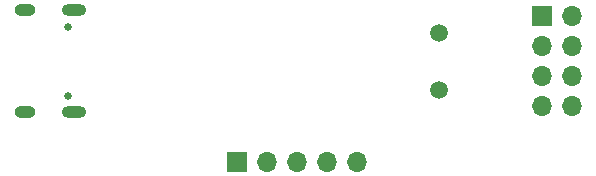
<source format=gbr>
%TF.GenerationSoftware,KiCad,Pcbnew,8.0.4*%
%TF.CreationDate,2024-10-29T04:22:13+09:00*%
%TF.ProjectId,ST-LINK-V2_1,53542d4c-494e-44b2-9d56-325f312e6b69,Rev2*%
%TF.SameCoordinates,Original*%
%TF.FileFunction,Soldermask,Bot*%
%TF.FilePolarity,Negative*%
%FSLAX46Y46*%
G04 Gerber Fmt 4.6, Leading zero omitted, Abs format (unit mm)*
G04 Created by KiCad (PCBNEW 8.0.4) date 2024-10-29 04:22:13*
%MOMM*%
%LPD*%
G01*
G04 APERTURE LIST*
%ADD10R,1.700000X1.700000*%
%ADD11O,1.700000X1.700000*%
%ADD12C,1.500000*%
%ADD13C,0.650000*%
%ADD14O,2.100000X1.000000*%
%ADD15O,1.800000X1.000000*%
G04 APERTURE END LIST*
D10*
%TO.C,J2*%
X43725000Y-4200000D03*
D11*
X46265000Y-4200000D03*
X43725000Y-6740000D03*
X46265000Y-6740000D03*
X43725000Y-9280000D03*
X46265000Y-9280000D03*
X43725000Y-11820000D03*
X46265000Y-11820000D03*
%TD*%
D12*
%TO.C,Y1*%
X35000000Y-10450000D03*
X35000000Y-5570000D03*
%TD*%
D10*
%TO.C,J3*%
X17920000Y-16500000D03*
D11*
X20460000Y-16500000D03*
X23000000Y-16500000D03*
X25540000Y-16500000D03*
X28080000Y-16500000D03*
%TD*%
D13*
%TO.C,J1*%
X3605000Y-5110000D03*
X3605000Y-10890000D03*
D14*
X4105000Y-3680000D03*
D15*
X-75000Y-3680000D03*
D14*
X4105000Y-12320000D03*
D15*
X-75000Y-12320000D03*
%TD*%
M02*

</source>
